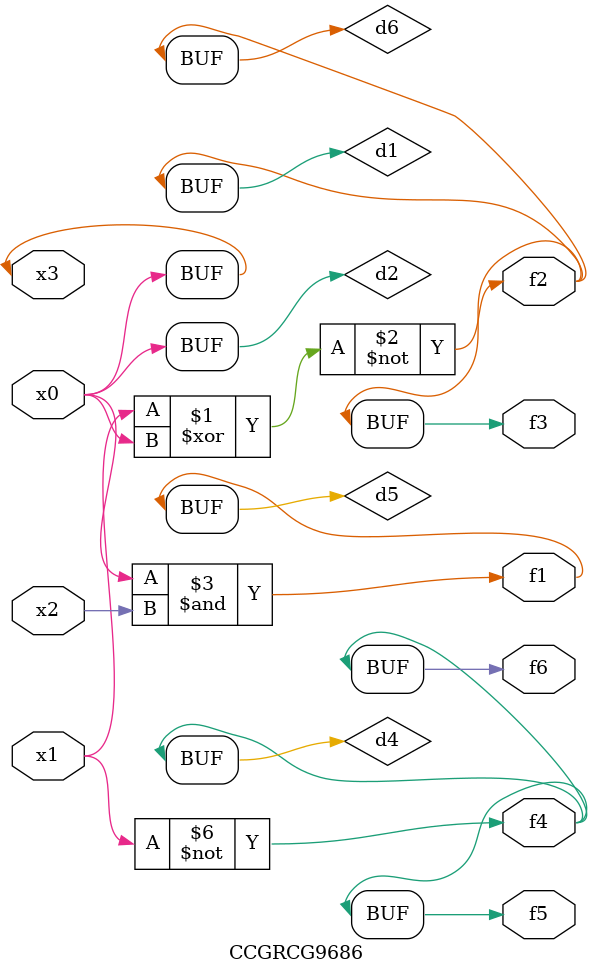
<source format=v>
module CCGRCG9686(
	input x0, x1, x2, x3,
	output f1, f2, f3, f4, f5, f6
);

	wire d1, d2, d3, d4, d5, d6;

	xnor (d1, x1, x3);
	buf (d2, x0, x3);
	nand (d3, x0, x2);
	not (d4, x1);
	nand (d5, d3);
	or (d6, d1);
	assign f1 = d5;
	assign f2 = d6;
	assign f3 = d6;
	assign f4 = d4;
	assign f5 = d4;
	assign f6 = d4;
endmodule

</source>
